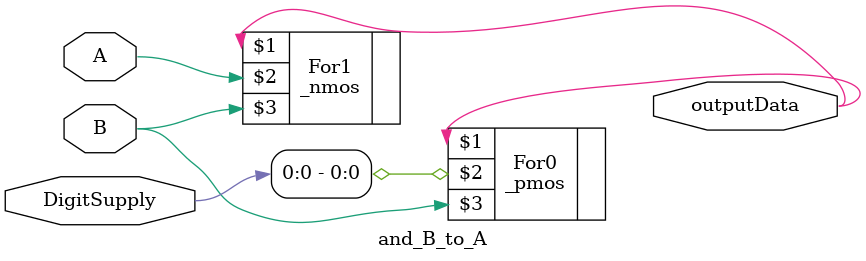
<source format=v>
module and_B_to_A(

    output outputData,
    input [1:0] DigitSupply,
    input A,

    input B
    );
    wire outputData;
    tri [1:0] DigitSupply;
    tri A;

    tri B;

   

    _pmos For0(outputData,DigitSupply[0], B);
    _nmos For1(outputData,A, B);
    
endmodule

</source>
